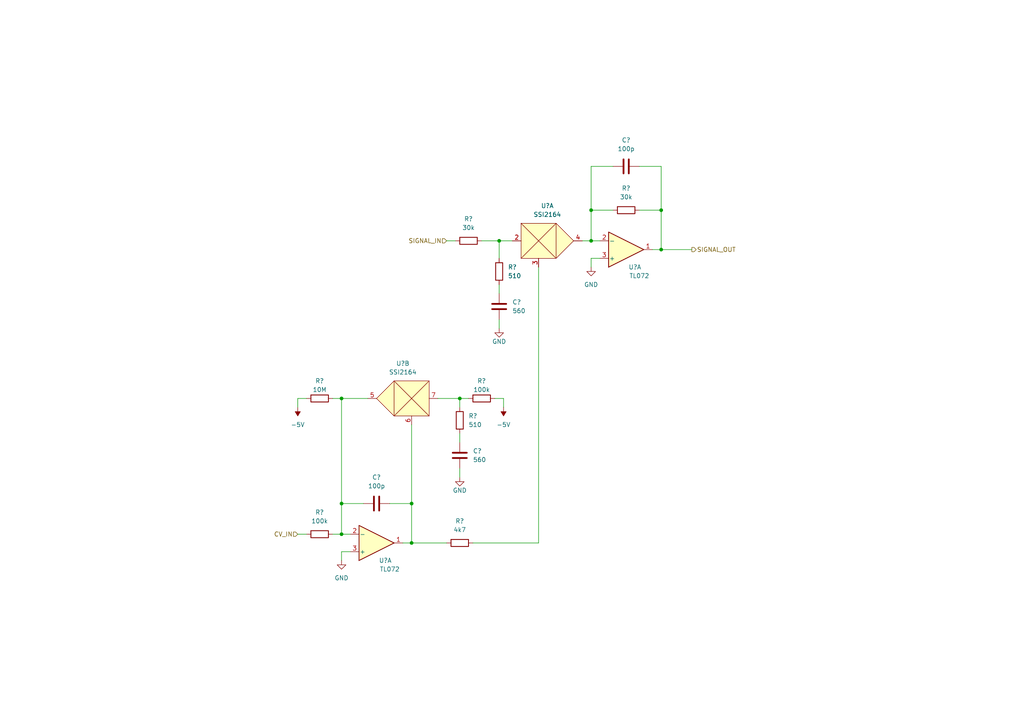
<source format=kicad_sch>
(kicad_sch (version 20211123) (generator eeschema)
  (paper "A4")
  (title_block (title "Josh Ox Ribbon Synth VCF/VCA board") (date "2022-05-30") (comment 1 "creativecommons.org/licenses/by/4.0/") (comment 2 "License: CC by 4.0") (comment 3 "Author: Jordan Aceto"))
  (lib_symbols
    (symbol "Amplifier_Operational:TL072" (pin_names (offset 0.127))
      (property "Reference" "U" (at 0 5.08 0))
      (property "Value" "TL072" (at 0 -5.08 0))
      (symbol "TL072_1_1"
        (polyline (pts (xy -5.08 5.08) (xy 5.08 0) (xy -5.08 -5.08) (xy -5.08 5.08)) (stroke (width 0.254)) (fill (type background)))
        (pin output line (at 7.62 0 180) (length 2.54) (name "~") (number "1"))
        (pin input line (at -7.62 -2.54 0) (length 2.54) (name "-") (number "2"))
        (pin input line (at -7.62 2.54 0) (length 2.54) (name "+") (number "3"))
      )
      (symbol "TL072_2_1"
        (polyline (pts (xy -5.08 5.08) (xy 5.08 0) (xy -5.08 -5.08) (xy -5.08 5.08)) (stroke (width 0.254)) (fill (type background)))
        (pin input line (at -7.62 2.54 0) (length 2.54) (name "+") (number "5"))
        (pin input line (at -7.62 -2.54 0) (length 2.54) (name "-") (number "6"))
        (pin output line (at 7.62 0 180) (length 2.54) (name "~") (number "7"))
      )
      (symbol "TL072_3_1"
        (pin power_in line (at -2.54 -7.62 90) (length 3.81) (name "V-") (number "4"))
        (pin power_in line (at -2.54 7.62 270) (length 3.81) (name "V+") (number "8"))
      )
    )
    (symbol "Device:C" (pin_numbers hide) (pin_names (offset 0.254))
      (property "Reference" "C" (at 0.635 2.54 0))
      (property "Value" "C" (at 0.635 -2.54 0))
      (symbol "C_0_1"
        (polyline (pts (xy -2.032 -0.762) (xy 2.032 -0.762)) (stroke (width 0.508)))
        (polyline (pts (xy -2.032 0.762) (xy 2.032 0.762)) (stroke (width 0.508)))
      )
      (symbol "C_1_1"
        (pin passive line (at 0 3.81 270) (length 2.794) (name "~") (number "1"))
        (pin passive line (at 0 -3.81 90) (length 2.794) (name "~") (number "2"))
      )
    )
    (symbol "Device:R" (pin_numbers hide) (pin_names (offset 0))
      (property "Reference" "R" (at 2.032 0 90))
      (property "Value" "R" (at 0 0 90))
      (symbol "R_0_1"
        (rectangle (start -1.016 -2.54) (end 1.016 2.54) (stroke (width 0.254)))
      )
      (symbol "R_1_1"
        (pin passive line (at 0 3.81 270) (length 1.27) (name "~") (number "1"))
        (pin passive line (at 0 -3.81 90) (length 1.27) (name "~") (number "2"))
      )
    )
    (symbol "custom_symbols:SSI2164" (pin_names (offset 1.016))
      (property "Reference" "U?" (at 0 10.16 0))
      (property "Value" "SSI2164" (at 0 7.62 0))
      (symbol "SSI2164_1_1"
        (rectangle (start -5.08 5.08) (end 5.08 -5.08) (fill (type background)))
        (polyline (pts (xy 5.08 5.08) (xy -5.08 -5.08)))
        (polyline (pts (xy 5.08 5.08) (xy 10.16 0) (xy 5.08 -5.08) (xy -5.08 5.08)) (fill (type background)))
        (pin input line (at -7.62 0 0) (length 2.54) (name "~") (number "2"))
        (pin input line (at 0 -7.62 90) (length 2.54) (name "~") (number "3"))
        (pin output line (at 12.7 0 180) (length 2.54) (name "~") (number "4"))
      )
      (symbol "SSI2164_2_1"
        (rectangle (start -5.08 5.08) (end 5.08 -5.08) (fill (type background)))
        (polyline (pts (xy 5.08 5.08) (xy -5.08 -5.08)))
        (polyline (pts (xy 5.08 5.08) (xy 10.16 0) (xy 5.08 -5.08) (xy -5.08 5.08)) (fill (type background)))
        (pin output line (at 12.7 0 180) (length 2.54) (name "~") (number "5"))
        (pin input line (at 0 -7.62 90) (length 2.54) (name "~") (number "6"))
        (pin input line (at -7.62 0 0) (length 2.54) (name "~") (number "7"))
      )
      (symbol "SSI2164_3_1"
        (rectangle (start -5.08 5.08) (end 5.08 -5.08) (fill (type background)))
        (polyline (pts (xy 5.08 5.08) (xy -5.08 -5.08)))
        (polyline (pts (xy 5.08 5.08) (xy 10.16 0) (xy 5.08 -5.08) (xy -5.08 5.08)) (fill (type background)))
        (pin input line (at -7.62 0 0) (length 2.54) (name "~") (number "10"))
        (pin input line (at 0 -7.62 90) (length 2.54) (name "~") (number "11"))
        (pin output line (at 12.7 0 180) (length 2.54) (name "~") (number "12"))
      )
      (symbol "SSI2164_4_1"
        (rectangle (start -5.08 5.08) (end 5.08 -5.08) (fill (type background)))
        (polyline (pts (xy 5.08 5.08) (xy -5.08 -5.08)))
        (polyline (pts (xy 5.08 5.08) (xy 10.16 0) (xy 5.08 -5.08) (xy -5.08 5.08)) (fill (type background)))
        (pin output line (at 12.7 0 180) (length 2.54) (name "~") (number "13"))
        (pin input line (at 0 -7.62 90) (length 2.54) (name "~") (number "14"))
        (pin input line (at -7.62 0 0) (length 2.54) (name "~") (number "15"))
      )
      (symbol "SSI2164_5_1"
        (pin input line (at 2.54 -10.16 180) (length 2.54) (name "mode") (number "1"))
        (pin power_in line (at 2.54 5.08 180) (length 2.54) (name "V+") (number "16"))
        (pin power_in line (at 2.54 0 180) (length 2.54) (name "gnd") (number "8"))
        (pin power_in line (at 2.54 -5.08 180) (length 2.54) (name "V-") (number "9"))
      )
    )
    (symbol "power:-5V" (power) (pin_names (offset 0))
      (property "Value" "-5V" (at 0 3.81 0))
      (symbol "-5V_0_0"
        (pin power_in line (at 0 0 90) (length 0) hide (name "-5V") (number "1"))
      )
      (symbol "-5V_0_1"
        (polyline (pts (xy 0 0) (xy 0 1.27) (xy 0.762 1.27) (xy 0 2.54) (xy -0.762 1.27) (xy 0 1.27)) (fill (type outline)))
      )
    )
    (symbol "power:GND" (power) (pin_names (offset 0))
      (property "Value" "GND" (at 0 -3.81 0))
      (symbol "GND_0_1"
        (polyline (pts (xy 0 0) (xy 0 -1.27) (xy 1.27 -1.27) (xy 0 -2.54) (xy -1.27 -1.27) (xy 0 -1.27)))
      )
      (symbol "GND_1_1"
        (pin power_in line (at 0 0 270) (length 0) hide (name "GND") (number "1"))
      )
    )
  )
  (junction (at 171.45 69.85))
  (junction (at 119.38 146.05))
  (junction (at 191.77 72.39))
  (junction (at 144.78 69.85))
  (junction (at 99.06 146.05))
  (junction (at 171.45 60.96))
  (junction (at 133.35 115.57))
  (junction (at 99.06 154.94))
  (junction (at 119.38 157.48))
  (junction (at 99.06 115.57))
  (junction (at 191.77 60.96))
  (wire (pts (xy 99.06 146.05) (xy 99.06 115.57)))
  (wire (pts (xy 173.99 69.85) (xy 171.45 69.85)))
  (wire (pts (xy 171.45 69.85) (xy 171.45 60.96)))
  (wire (pts (xy 191.77 72.39) (xy 191.77 60.96)))
  (wire (pts (xy 99.06 162.56) (xy 99.06 160.02)))
  (wire (pts (xy 133.35 115.57) (xy 127 115.57)))
  (wire (pts (xy 99.06 160.02) (xy 101.6 160.02)))
  (wire (pts (xy 99.06 115.57) (xy 106.68 115.57)))
  (wire (pts (xy 99.06 154.94) (xy 99.06 146.05)))
  (wire (pts (xy 144.78 69.85) (xy 148.59 69.85)))
  (wire (pts (xy 86.36 118.11) (xy 86.36 115.57)))
  (wire (pts (xy 146.05 115.57) (xy 143.51 115.57)))
  (wire (pts (xy 133.35 135.89) (xy 133.35 138.43)))
  (wire (pts (xy 156.21 77.47) (xy 156.21 157.48)))
  (wire (pts (xy 171.45 77.47) (xy 171.45 74.93)))
  (wire (pts (xy 96.52 115.57) (xy 99.06 115.57)))
  (wire (pts (xy 144.78 69.85) (xy 144.78 74.93)))
  (wire (pts (xy 144.78 92.71) (xy 144.78 95.25)))
  (wire (pts (xy 144.78 82.55) (xy 144.78 85.09)))
  (wire (pts (xy 156.21 157.48) (xy 137.16 157.48)))
  (wire (pts (xy 119.38 157.48) (xy 119.38 146.05)))
  (wire (pts (xy 99.06 146.05) (xy 105.41 146.05)))
  (wire (pts (xy 119.38 146.05) (xy 113.03 146.05)))
  (wire (pts (xy 171.45 48.26) (xy 171.45 60.96)))
  (wire (pts (xy 191.77 72.39) (xy 200.66 72.39)))
  (wire (pts (xy 133.35 115.57) (xy 135.89 115.57)))
  (wire (pts (xy 177.8 48.26) (xy 171.45 48.26)))
  (wire (pts (xy 146.05 118.11) (xy 146.05 115.57)))
  (wire (pts (xy 101.6 154.94) (xy 99.06 154.94)))
  (wire (pts (xy 86.36 154.94) (xy 88.9 154.94)))
  (wire (pts (xy 86.36 115.57) (xy 88.9 115.57)))
  (wire (pts (xy 185.42 48.26) (xy 191.77 48.26)))
  (wire (pts (xy 119.38 123.19) (xy 119.38 146.05)))
  (wire (pts (xy 133.35 125.73) (xy 133.35 128.27)))
  (wire (pts (xy 133.35 118.11) (xy 133.35 115.57)))
  (wire (pts (xy 96.52 154.94) (xy 99.06 154.94)))
  (wire (pts (xy 119.38 157.48) (xy 129.54 157.48)))
  (wire (pts (xy 139.7 69.85) (xy 144.78 69.85)))
  (wire (pts (xy 191.77 48.26) (xy 191.77 60.96)))
  (wire (pts (xy 129.54 69.85) (xy 132.08 69.85)))
  (wire (pts (xy 171.45 74.93) (xy 173.99 74.93)))
  (wire (pts (xy 116.84 157.48) (xy 119.38 157.48)))
  (wire (pts (xy 171.45 60.96) (xy 177.8 60.96)))
  (wire (pts (xy 191.77 60.96) (xy 185.42 60.96)))
  (wire (pts (xy 189.23 72.39) (xy 191.77 72.39)))
  (wire (pts (xy 168.91 69.85) (xy 171.45 69.85)))
  (hierarchical_label "CV_IN" (shape input) (at 86.36 154.94 180))
  (hierarchical_label "SIGNAL_OUT" (shape output) (at 200.66 72.39 0))
  (hierarchical_label "SIGNAL_IN" (shape input) (at 129.54 69.85 180))
  (symbol (lib_id "Device:R") (at 135.89 69.85 90) (unit 1)
    (property "Reference" "R?" (at 135.89 63.5 90))
    (property "Value" "30k" (at 135.89 66.04 90))
  )
  (symbol (lib_id "Amplifier_Operational:TL072") (at 181.61 72.39 0) (mirror x) (unit 1)
    (property "Reference" "U?" (at 184.15 77.47 0))
    (property "Value" "TL072" (at 185.42 80.01 0))
    (property "Datasheet" "http://www.ti.com/lit/ds/symlink/tl071.pdf" (effects hide))
  )
  (symbol (lib_id "Device:C") (at 133.35 132.08 0) (mirror y) (unit 1)
    (property "Reference" "C?" (at 137.16 130.8099 0) (effects (justify right)))
    (property "Value" "560" (at 137.16 133.3499 0) (effects (justify right)))
  )
  (symbol (lib_id "Device:R") (at 92.71 115.57 90) (unit 1)
    (property "Reference" "R?" (at 92.71 110.49 90))
    (property "Value" "10M" (at 92.71 113.03 90))
  )
  (symbol (lib_id "Device:C") (at 181.61 48.26 90) (unit 1)
    (property "Reference" "C?" (at 181.61 40.64 90))
    (property "Value" "100p" (at 181.61 43.18 90))
  )
  (symbol (lib_id "power:-5V") (at 146.05 118.11 180) (unit 1)
    (property "Reference" "#PWR?" (effects hide))
    (property "Value" "-5V" (at 146.05 123.19 0))
  )
  (symbol (lib_id "custom_symbols:SSI2164") (at 119.38 115.57 0) (mirror y) (unit 2)
    (property "Reference" "U?" (at 116.84 105.41 0))
    (property "Value" "SSI2164" (at 116.84 107.95 0))
    (property "Footprint" "Package_SO:SOIC-16_3.9x9.9mm_P1.27mm" (effects hide))
    (property "Datasheet" "https://www.soundsemiconductor.com/downloads/ssi2164datasheet.pdf" (effects hide))
  )
  (symbol (lib_id "Device:C") (at 109.22 146.05 90) (unit 1)
    (property "Reference" "C?" (at 109.22 138.43 90))
    (property "Value" "100p" (at 109.22 140.97 90))
  )
  (symbol (lib_id "Device:R") (at 144.78 78.74 0) (mirror y) (unit 1)
    (property "Reference" "R?" (at 147.32 77.4699 0) (effects (justify right)))
    (property "Value" "510" (at 147.32 80.0099 0) (effects (justify right)))
  )
  (symbol (lib_id "Device:R") (at 181.61 60.96 90) (unit 1)
    (property "Reference" "R?" (at 181.61 54.61 90))
    (property "Value" "30k" (at 181.61 57.15 90))
  )
  (symbol (lib_id "Device:R") (at 133.35 121.92 0) (mirror y) (unit 1)
    (property "Reference" "R?" (at 135.89 120.6499 0) (effects (justify right)))
    (property "Value" "510" (at 135.89 123.1899 0) (effects (justify right)))
  )
  (symbol (lib_id "power:GND") (at 171.45 77.47 0) (unit 1)
    (property "Reference" "#PWR?" (effects hide))
    (property "Value" "GND" (at 171.45 82.55 0))
  )
  (symbol (lib_id "Device:R") (at 133.35 157.48 90) (unit 1)
    (property "Reference" "R?" (at 133.35 151.13 90))
    (property "Value" "4k7" (at 133.35 153.67 90))
  )
  (symbol (lib_id "power:GND") (at 144.78 95.25 0) (mirror y) (unit 1)
    (property "Reference" "#PWR?" (effects hide))
    (property "Value" "~" (at 144.78 99.06 0))
  )
  (symbol (lib_id "Device:R") (at 139.7 115.57 270) (mirror x) (unit 1)
    (property "Reference" "R?" (at 139.7 110.49 90))
    (property "Value" "100k" (at 139.7 113.03 90))
  )
  (symbol (lib_id "power:-5V") (at 86.36 118.11 0) (mirror x) (unit 1)
    (property "Reference" "#PWR?" (effects hide))
    (property "Value" "-5V" (at 86.36 123.19 0))
  )
  (symbol (lib_id "Device:R") (at 92.71 154.94 90) (unit 1)
    (property "Reference" "R?" (at 92.71 148.59 90))
    (property "Value" "100k" (at 92.71 151.13 90))
  )
  (symbol (lib_id "power:GND") (at 133.35 138.43 0) (mirror y) (unit 1)
    (property "Reference" "#PWR?" (effects hide))
    (property "Value" "~" (at 133.35 142.24 0))
  )
  (symbol (lib_id "custom_symbols:SSI2164") (at 156.21 69.85 0) (unit 1)
    (property "Reference" "U?" (at 158.75 59.69 0))
    (property "Value" "SSI2164" (at 158.75 62.23 0))
    (property "Footprint" "Package_SO:SOIC-16_3.9x9.9mm_P1.27mm" (effects hide))
    (property "Datasheet" "https://www.soundsemiconductor.com/downloads/ssi2164datasheet.pdf" (effects hide))
  )
  (symbol (lib_id "Amplifier_Operational:TL072") (at 109.22 157.48 0) (mirror x) (unit 1)
    (property "Reference" "U?" (at 111.76 162.56 0))
    (property "Value" "TL072" (at 113.03 165.1 0))
    (property "Datasheet" "http://www.ti.com/lit/ds/symlink/tl071.pdf" (effects hide))
  )
  (symbol (lib_id "Device:C") (at 144.78 88.9 0) (mirror y) (unit 1)
    (property "Reference" "C?" (at 148.59 87.6299 0) (effects (justify right)))
    (property "Value" "560" (at 148.59 90.1699 0) (effects (justify right)))
  )
  (symbol (lib_id "power:GND") (at 99.06 162.56 0) (unit 1)
    (property "Reference" "#PWR?" (effects hide))
    (property "Value" "GND" (at 99.06 167.64 0))
  )
)
</source>
